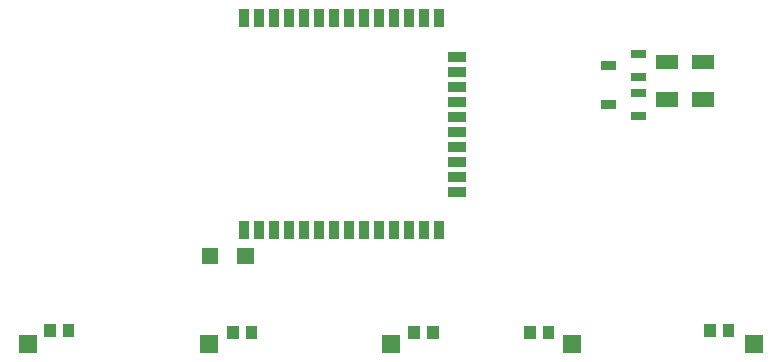
<source format=gbp>
G04 Layer: BottomPasteMaskLayer*
G04 EasyEDA v6.3.53, 2020-06-27T20:36:22+08:00*
G04 98c1c5add3144ec4b26582b9c50f015c,0271aa7b776e406f8d319a2d24a91b4c,10*
G04 Gerber Generator version 0.2*
G04 Scale: 100 percent, Rotated: No, Reflected: No *
G04 Dimensions in millimeters *
G04 leading zeros omitted , absolute positions ,3 integer and 3 decimal *
%FSLAX33Y33*%
%MOMM*%
G90*
G71D02*

%ADD38R,0.899998X1.499997*%
%ADD39R,1.499997X0.899998*%

%LPD*%
G36*
G01X10160Y10565D02*
G01X8636Y10565D01*
G01X8636Y9041D01*
G01X10160Y9041D01*
G01X10160Y10565D01*
G37*
G36*
G01X25527Y10565D02*
G01X24003Y10565D01*
G01X24003Y9041D01*
G01X25527Y9041D01*
G01X25527Y10565D01*
G37*
G36*
G01X56261Y10565D02*
G01X54737Y10565D01*
G01X54737Y9041D01*
G01X56261Y9041D01*
G01X56261Y10565D01*
G37*
G36*
G01X71628Y10565D02*
G01X70104Y10565D01*
G01X70104Y9041D01*
G01X71628Y9041D01*
G01X71628Y10565D01*
G37*
G36*
G01X67543Y33140D02*
G01X67543Y34340D01*
G01X65642Y34340D01*
G01X65642Y33140D01*
G01X67543Y33140D01*
G37*
G36*
G01X67543Y29939D02*
G01X67543Y31139D01*
G01X65642Y31139D01*
G01X65642Y29939D01*
G01X67543Y29939D01*
G37*
G36*
G01X62594Y31139D02*
G01X62594Y29939D01*
G01X64495Y29939D01*
G01X64495Y31139D01*
G01X62594Y31139D01*
G37*
G36*
G01X62594Y34340D02*
G01X62594Y33140D01*
G01X64495Y33140D01*
G01X64495Y34340D01*
G01X62594Y34340D01*
G37*
G36*
G01X59237Y33059D02*
G01X59237Y33760D01*
G01X57987Y33760D01*
G01X57987Y33059D01*
G01X59237Y33059D01*
G37*
G36*
G01X61736Y32110D02*
G01X61736Y32810D01*
G01X60486Y32810D01*
G01X60486Y32110D01*
G01X61736Y32110D01*
G37*
G36*
G01X61736Y34009D02*
G01X61736Y34709D01*
G01X60486Y34709D01*
G01X60486Y34009D01*
G01X61736Y34009D01*
G37*
G36*
G01X59237Y29757D02*
G01X59237Y30458D01*
G01X57987Y30458D01*
G01X57987Y29757D01*
G01X59237Y29757D01*
G37*
G36*
G01X61736Y28808D02*
G01X61736Y29508D01*
G01X60486Y29508D01*
G01X60486Y28808D01*
G01X61736Y28808D01*
G37*
G36*
G01X61736Y30707D02*
G01X61736Y31407D01*
G01X60486Y31407D01*
G01X60486Y30707D01*
G01X61736Y30707D01*
G37*
G36*
G01X24133Y16580D02*
G01X25533Y16580D01*
G01X25533Y17980D01*
G01X24133Y17980D01*
G01X24133Y16580D01*
G37*
G36*
G01X27133Y16580D02*
G01X28533Y16580D01*
G01X28533Y17980D01*
G01X27133Y17980D01*
G01X27133Y16580D01*
G37*
G36*
G01X11764Y11497D02*
G01X10764Y11497D01*
G01X10764Y10396D01*
G01X11764Y10396D01*
G01X11764Y11497D01*
G37*
G36*
G01X13364Y11497D02*
G01X12364Y11497D01*
G01X12364Y10396D01*
G01X13364Y10396D01*
G01X13364Y11497D01*
G37*
G36*
G01X27258Y11370D02*
G01X26258Y11370D01*
G01X26258Y10269D01*
G01X27258Y10269D01*
G01X27258Y11370D01*
G37*
G36*
G01X28858Y11370D02*
G01X27858Y11370D01*
G01X27858Y10269D01*
G01X28858Y10269D01*
G01X28858Y11370D01*
G37*
G36*
G01X42625Y11370D02*
G01X41625Y11370D01*
G01X41625Y10269D01*
G01X42625Y10269D01*
G01X42625Y11370D01*
G37*
G36*
G01X44225Y11370D02*
G01X43225Y11370D01*
G01X43225Y10269D01*
G01X44225Y10269D01*
G01X44225Y11370D01*
G37*
G36*
G01X53005Y10269D02*
G01X54005Y10269D01*
G01X54005Y11370D01*
G01X53005Y11370D01*
G01X53005Y10269D01*
G37*
G36*
G01X51405Y10269D02*
G01X52405Y10269D01*
G01X52405Y11370D01*
G01X51405Y11370D01*
G01X51405Y10269D01*
G37*
G36*
G01X68245Y10396D02*
G01X69245Y10396D01*
G01X69245Y11497D01*
G01X68245Y11497D01*
G01X68245Y10396D01*
G37*
G36*
G01X66645Y10396D02*
G01X67645Y10396D01*
G01X67645Y11497D01*
G01X66645Y11497D01*
G01X66645Y10396D01*
G37*
G36*
G01X40894Y10565D02*
G01X39370Y10565D01*
G01X39370Y9041D01*
G01X40894Y9041D01*
G01X40894Y10565D01*
G37*
G54D38*
G01X27742Y19457D03*
G01X29012Y19457D03*
G01X30282Y19457D03*
G01X31552Y19457D03*
G01X32822Y19457D03*
G01X34092Y19457D03*
G01X35362Y19457D03*
G01X36632Y19457D03*
G01X37902Y19457D03*
G01X39172Y19457D03*
G01X40442Y19457D03*
G01X41712Y19457D03*
G01X42982Y19457D03*
G01X44252Y19457D03*
G54D39*
G01X45753Y22741D03*
G01X45753Y24011D03*
G01X45753Y25281D03*
G01X45753Y26551D03*
G01X45753Y27821D03*
G01X45753Y29091D03*
G01X45753Y30361D03*
G01X45753Y31631D03*
G01X45753Y32901D03*
G01X45753Y34171D03*
G54D38*
G01X44252Y37456D03*
G01X42982Y37456D03*
G01X41712Y37456D03*
G01X40442Y37456D03*
G01X39172Y37456D03*
G01X37902Y37456D03*
G01X36632Y37456D03*
G01X35362Y37456D03*
G01X34092Y37456D03*
G01X32822Y37456D03*
G01X31552Y37456D03*
G01X30282Y37456D03*
G01X29012Y37456D03*
G01X27742Y37456D03*
M00*
M02*

</source>
